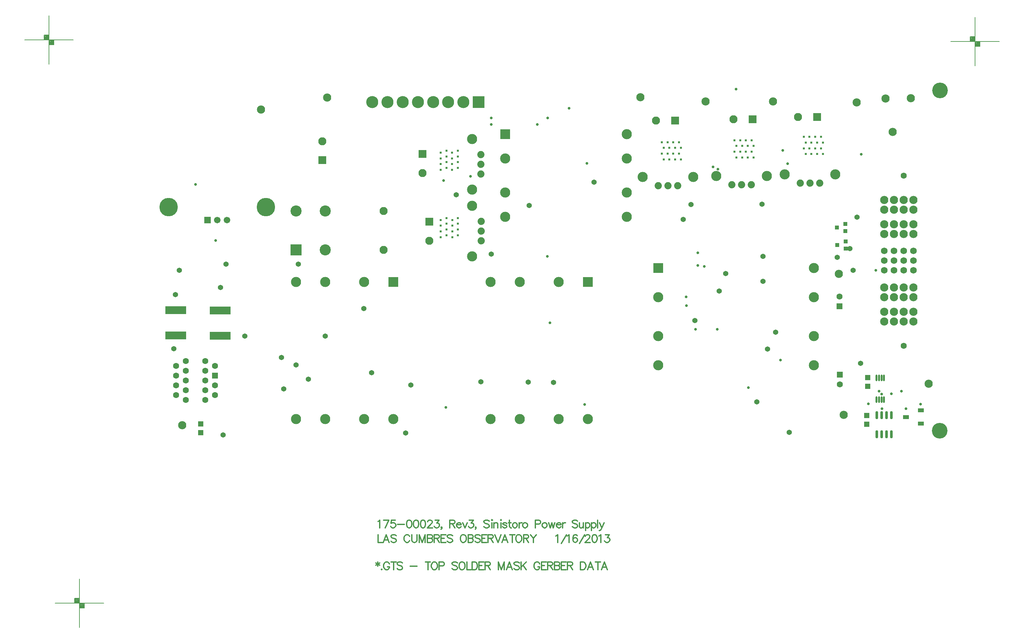
<source format=gts>
%FSLAX23Y23*%
%MOIN*%
G70*
G01*
G75*
G04 Layer_Color=8388736*
%ADD10O,0.024X0.079*%
%ADD11R,0.209X0.079*%
%ADD12O,0.014X0.067*%
%ADD13R,0.059X0.039*%
%ADD14R,0.036X0.036*%
%ADD15R,0.050X0.050*%
%ADD16C,0.050*%
%ADD17C,0.007*%
%ADD18C,0.010*%
%ADD19C,0.025*%
%ADD20C,0.100*%
%ADD21C,0.020*%
%ADD22C,0.012*%
%ADD23C,0.008*%
%ADD24C,0.012*%
%ADD25C,0.012*%
%ADD26C,0.100*%
%ADD27R,0.100X0.100*%
%ADD28R,0.100X0.100*%
%ADD29C,0.020*%
%ADD30R,0.063X0.063*%
%ADD31C,0.063*%
%ADD32C,0.070*%
%ADD33C,0.079*%
%ADD34R,0.110X0.110*%
%ADD35C,0.110*%
%ADD36C,0.080*%
%ADD37C,0.065*%
%ADD38C,0.059*%
%ADD39R,0.059X0.059*%
%ADD40R,0.059X0.059*%
%ADD41C,0.120*%
%ADD42R,0.120X0.120*%
%ADD43R,0.079X0.079*%
%ADD44R,0.079X0.079*%
%ADD45C,0.157*%
%ADD46C,0.197*%
%ADD47C,0.024*%
%ADD48C,0.050*%
%ADD49C,0.040*%
%ADD50C,0.005*%
G04:AMPARAMS|DCode=51|XSize=120mil|YSize=120mil|CornerRadius=0mil|HoleSize=0mil|Usage=FLASHONLY|Rotation=0.000|XOffset=0mil|YOffset=0mil|HoleType=Round|Shape=Relief|Width=10mil|Gap=10mil|Entries=4|*
%AMTHD51*
7,0,0,0.120,0.100,0.010,45*
%
%ADD51THD51*%
%ADD52C,0.059*%
%ADD53C,0.060*%
%ADD54C,0.067*%
%ADD55C,0.091*%
%ADD56C,0.072*%
%ADD57C,0.170*%
G04:AMPARAMS|DCode=58|XSize=112mil|YSize=112mil|CornerRadius=0mil|HoleSize=0mil|Usage=FLASHONLY|Rotation=0.000|XOffset=0mil|YOffset=0mil|HoleType=Round|Shape=Relief|Width=10mil|Gap=10mil|Entries=4|*
%AMTHD58*
7,0,0,0.112,0.092,0.010,45*
%
%ADD58THD58*%
%ADD59C,0.059*%
%ADD60C,0.055*%
%ADD61C,0.090*%
G04:AMPARAMS|DCode=62|XSize=95.433mil|YSize=95.433mil|CornerRadius=0mil|HoleSize=0mil|Usage=FLASHONLY|Rotation=0.000|XOffset=0mil|YOffset=0mil|HoleType=Round|Shape=Relief|Width=10mil|Gap=10mil|Entries=4|*
%AMTHD62*
7,0,0,0.095,0.075,0.010,45*
%
%ADD62THD62*%
G04:AMPARAMS|DCode=63|XSize=107.244mil|YSize=107.244mil|CornerRadius=0mil|HoleSize=0mil|Usage=FLASHONLY|Rotation=0.000|XOffset=0mil|YOffset=0mil|HoleType=Round|Shape=Relief|Width=10mil|Gap=10mil|Entries=4|*
%AMTHD63*
7,0,0,0.107,0.087,0.010,45*
%
%ADD63THD63*%
%ADD64C,0.030*%
G04:AMPARAMS|DCode=65|XSize=100mil|YSize=100mil|CornerRadius=0mil|HoleSize=0mil|Usage=FLASHONLY|Rotation=0.000|XOffset=0mil|YOffset=0mil|HoleType=Round|Shape=Relief|Width=10mil|Gap=10mil|Entries=4|*
%AMTHD65*
7,0,0,0.100,0.080,0.010,45*
%
%ADD65THD65*%
%ADD66C,0.186*%
%ADD67C,0.125*%
%ADD68C,0.048*%
G04:AMPARAMS|DCode=69|XSize=88mil|YSize=88mil|CornerRadius=0mil|HoleSize=0mil|Usage=FLASHONLY|Rotation=0.000|XOffset=0mil|YOffset=0mil|HoleType=Round|Shape=Relief|Width=10mil|Gap=10mil|Entries=4|*
%AMTHD69*
7,0,0,0.088,0.068,0.010,45*
%
%ADD69THD69*%
G04:AMPARAMS|DCode=70|XSize=70mil|YSize=70mil|CornerRadius=0mil|HoleSize=0mil|Usage=FLASHONLY|Rotation=0.000|XOffset=0mil|YOffset=0mil|HoleType=Round|Shape=Relief|Width=10mil|Gap=10mil|Entries=4|*
%AMTHD70*
7,0,0,0.070,0.050,0.010,45*
%
%ADD70THD70*%
%ADD71C,0.008*%
G04:AMPARAMS|DCode=72|XSize=99.37mil|YSize=99.37mil|CornerRadius=0mil|HoleSize=0mil|Usage=FLASHONLY|Rotation=0.000|XOffset=0mil|YOffset=0mil|HoleType=Round|Shape=Relief|Width=10mil|Gap=10mil|Entries=4|*
%AMTHD72*
7,0,0,0.099,0.079,0.010,45*
%
%ADD72THD72*%
%ADD73R,0.075X0.037*%
%ADD74R,0.272X0.268*%
%ADD75R,0.035X0.037*%
%ADD76R,0.035X0.037*%
%ADD77R,0.102X0.094*%
%ADD78R,0.063X0.075*%
%ADD79R,0.050X0.050*%
%ADD80O,0.028X0.098*%
%ADD81R,0.036X0.032*%
%ADD82R,0.150X0.106*%
%ADD83R,0.036X0.036*%
%ADD84R,0.037X0.075*%
%ADD85R,0.268X0.272*%
%ADD86R,0.079X0.209*%
%ADD87R,0.032X0.036*%
%ADD88C,0.010*%
%ADD89C,0.020*%
%ADD90C,0.024*%
%ADD91C,0.010*%
%ADD92C,0.030*%
%ADD93C,0.015*%
%ADD94C,0.007*%
%ADD95C,0.006*%
%ADD96C,0.012*%
%ADD97C,0.006*%
%ADD98R,0.257X0.184*%
%ADD99R,0.043X0.008*%
%ADD100O,0.028X0.083*%
%ADD101R,0.213X0.083*%
%ADD102O,0.018X0.071*%
%ADD103R,0.063X0.043*%
%ADD104R,0.040X0.040*%
%ADD105R,0.054X0.054*%
%ADD106C,0.104*%
%ADD107R,0.104X0.104*%
%ADD108R,0.104X0.104*%
%ADD109R,0.067X0.067*%
%ADD110C,0.067*%
%ADD111C,0.074*%
%ADD112C,0.083*%
%ADD113R,0.114X0.114*%
%ADD114C,0.114*%
%ADD115C,0.084*%
%ADD116C,0.069*%
%ADD117C,0.063*%
%ADD118R,0.063X0.063*%
%ADD119R,0.063X0.063*%
%ADD120C,0.124*%
%ADD121R,0.124X0.124*%
%ADD122R,0.083X0.083*%
%ADD123R,0.083X0.083*%
%ADD124C,0.161*%
%ADD125C,0.190*%
%ADD126C,0.028*%
%ADD127C,0.054*%
D22*
X19956Y14499D02*
Y14454D01*
X19937Y14488D02*
X19975Y14465D01*
Y14488D02*
X19937Y14465D01*
X19995Y14427D02*
X19991Y14423D01*
X19995Y14419D01*
X19999Y14423D01*
X19995Y14427D01*
X20074Y14480D02*
X20070Y14488D01*
X20062Y14496D01*
X20055Y14499D01*
X20039D01*
X20032Y14496D01*
X20024Y14488D01*
X20020Y14480D01*
X20017Y14469D01*
Y14450D01*
X20020Y14439D01*
X20024Y14431D01*
X20032Y14423D01*
X20039Y14419D01*
X20055D01*
X20062Y14423D01*
X20070Y14431D01*
X20074Y14439D01*
Y14450D01*
X20055D02*
X20074D01*
X20119Y14499D02*
Y14419D01*
X20092Y14499D02*
X20145D01*
X20208Y14488D02*
X20201Y14496D01*
X20189Y14499D01*
X20174D01*
X20162Y14496D01*
X20155Y14488D01*
Y14480D01*
X20159Y14473D01*
X20162Y14469D01*
X20170Y14465D01*
X20193Y14458D01*
X20201Y14454D01*
X20204Y14450D01*
X20208Y14442D01*
Y14431D01*
X20201Y14423D01*
X20189Y14419D01*
X20174D01*
X20162Y14423D01*
X20155Y14431D01*
X20289Y14454D02*
X20358D01*
X20471Y14499D02*
Y14419D01*
X20444Y14499D02*
X20497D01*
X20530D02*
X20522Y14496D01*
X20514Y14488D01*
X20511Y14480D01*
X20507Y14469D01*
Y14450D01*
X20511Y14439D01*
X20514Y14431D01*
X20522Y14423D01*
X20530Y14419D01*
X20545D01*
X20553Y14423D01*
X20560Y14431D01*
X20564Y14439D01*
X20568Y14450D01*
Y14469D01*
X20564Y14480D01*
X20560Y14488D01*
X20553Y14496D01*
X20545Y14499D01*
X20530D01*
X20586Y14458D02*
X20621D01*
X20632Y14461D01*
X20636Y14465D01*
X20640Y14473D01*
Y14484D01*
X20636Y14492D01*
X20632Y14496D01*
X20621Y14499D01*
X20586D01*
Y14419D01*
X20774Y14488D02*
X20766Y14496D01*
X20755Y14499D01*
X20740D01*
X20728Y14496D01*
X20720Y14488D01*
Y14480D01*
X20724Y14473D01*
X20728Y14469D01*
X20736Y14465D01*
X20759Y14458D01*
X20766Y14454D01*
X20770Y14450D01*
X20774Y14442D01*
Y14431D01*
X20766Y14423D01*
X20755Y14419D01*
X20740D01*
X20728Y14423D01*
X20720Y14431D01*
X20815Y14499D02*
X20807Y14496D01*
X20799Y14488D01*
X20796Y14480D01*
X20792Y14469D01*
Y14450D01*
X20796Y14439D01*
X20799Y14431D01*
X20807Y14423D01*
X20815Y14419D01*
X20830D01*
X20837Y14423D01*
X20845Y14431D01*
X20849Y14439D01*
X20853Y14450D01*
Y14469D01*
X20849Y14480D01*
X20845Y14488D01*
X20837Y14496D01*
X20830Y14499D01*
X20815D01*
X20871D02*
Y14419D01*
X20917D01*
X20926Y14499D02*
Y14419D01*
Y14499D02*
X20952D01*
X20964Y14496D01*
X20971Y14488D01*
X20975Y14480D01*
X20979Y14469D01*
Y14450D01*
X20975Y14439D01*
X20971Y14431D01*
X20964Y14423D01*
X20952Y14419D01*
X20926D01*
X21046Y14499D02*
X20997D01*
Y14419D01*
X21046D01*
X20997Y14461D02*
X21027D01*
X21060Y14499D02*
Y14419D01*
Y14499D02*
X21094D01*
X21106Y14496D01*
X21109Y14492D01*
X21113Y14484D01*
Y14477D01*
X21109Y14469D01*
X21106Y14465D01*
X21094Y14461D01*
X21060D01*
X21086D02*
X21113Y14419D01*
X21194Y14499D02*
Y14419D01*
Y14499D02*
X21224Y14419D01*
X21255Y14499D02*
X21224Y14419D01*
X21255Y14499D02*
Y14419D01*
X21339D02*
X21308Y14499D01*
X21278Y14419D01*
X21289Y14446D02*
X21327D01*
X21411Y14488D02*
X21403Y14496D01*
X21392Y14499D01*
X21376D01*
X21365Y14496D01*
X21357Y14488D01*
Y14480D01*
X21361Y14473D01*
X21365Y14469D01*
X21373Y14465D01*
X21395Y14458D01*
X21403Y14454D01*
X21407Y14450D01*
X21411Y14442D01*
Y14431D01*
X21403Y14423D01*
X21392Y14419D01*
X21376D01*
X21365Y14423D01*
X21357Y14431D01*
X21429Y14499D02*
Y14419D01*
X21482Y14499D02*
X21429Y14446D01*
X21448Y14465D02*
X21482Y14419D01*
X21620Y14480D02*
X21616Y14488D01*
X21608Y14496D01*
X21601Y14499D01*
X21585D01*
X21578Y14496D01*
X21570Y14488D01*
X21566Y14480D01*
X21563Y14469D01*
Y14450D01*
X21566Y14439D01*
X21570Y14431D01*
X21578Y14423D01*
X21585Y14419D01*
X21601D01*
X21608Y14423D01*
X21616Y14431D01*
X21620Y14439D01*
Y14450D01*
X21601D02*
X21620D01*
X21688Y14499D02*
X21638D01*
Y14419D01*
X21688D01*
X21638Y14461D02*
X21668D01*
X21701Y14499D02*
Y14419D01*
Y14499D02*
X21735D01*
X21747Y14496D01*
X21750Y14492D01*
X21754Y14484D01*
Y14477D01*
X21750Y14469D01*
X21747Y14465D01*
X21735Y14461D01*
X21701D01*
X21727D02*
X21754Y14419D01*
X21772Y14499D02*
Y14419D01*
Y14499D02*
X21806D01*
X21818Y14496D01*
X21822Y14492D01*
X21825Y14484D01*
Y14477D01*
X21822Y14469D01*
X21818Y14465D01*
X21806Y14461D01*
X21772D02*
X21806D01*
X21818Y14458D01*
X21822Y14454D01*
X21825Y14446D01*
Y14435D01*
X21822Y14427D01*
X21818Y14423D01*
X21806Y14419D01*
X21772D01*
X21893Y14499D02*
X21843D01*
Y14419D01*
X21893D01*
X21843Y14461D02*
X21874D01*
X21906Y14499D02*
Y14419D01*
Y14499D02*
X21940D01*
X21952Y14496D01*
X21956Y14492D01*
X21959Y14484D01*
Y14477D01*
X21956Y14469D01*
X21952Y14465D01*
X21940Y14461D01*
X21906D01*
X21933D02*
X21959Y14419D01*
X22040Y14499D02*
Y14419D01*
Y14499D02*
X22067D01*
X22078Y14496D01*
X22086Y14488D01*
X22090Y14480D01*
X22094Y14469D01*
Y14450D01*
X22090Y14439D01*
X22086Y14431D01*
X22078Y14423D01*
X22067Y14419D01*
X22040D01*
X22172D02*
X22142Y14499D01*
X22111Y14419D01*
X22123Y14446D02*
X22161D01*
X22218Y14499D02*
Y14419D01*
X22191Y14499D02*
X22244D01*
X22315Y14419D02*
X22284Y14499D01*
X22254Y14419D01*
X22265Y14446D02*
X22303D01*
D23*
X16640Y14077D02*
X17140D01*
X16890Y13827D02*
Y14327D01*
X16840Y14077D02*
Y14127D01*
X16890D01*
X16940Y14027D02*
Y14077D01*
X16890Y14027D02*
X16940D01*
X16895Y14072D02*
X16935D01*
Y14032D02*
Y14072D01*
X16895Y14032D02*
X16935D01*
X16895D02*
Y14072D01*
X16900Y14067D02*
X16930D01*
Y14037D02*
Y14067D01*
X16900Y14037D02*
X16930D01*
X16900D02*
Y14062D01*
X16905D02*
X16925D01*
Y14042D02*
Y14062D01*
X16905Y14042D02*
X16925D01*
X16905D02*
Y14057D01*
X16910D02*
X16920D01*
Y14047D02*
Y14057D01*
X16910Y14047D02*
X16920D01*
X16910D02*
Y14057D01*
Y14052D02*
X16920D01*
X16845Y14122D02*
X16885D01*
Y14082D02*
Y14122D01*
X16845Y14082D02*
X16885D01*
X16845D02*
Y14122D01*
X16850Y14117D02*
X16880D01*
Y14087D02*
Y14117D01*
X16850Y14087D02*
X16880D01*
X16850D02*
Y14112D01*
X16855D02*
X16875D01*
Y14092D02*
Y14112D01*
X16855Y14092D02*
X16875D01*
X16855D02*
Y14107D01*
X16860D02*
X16870D01*
Y14097D02*
Y14107D01*
X16860Y14097D02*
X16870D01*
X16860D02*
Y14107D01*
Y14102D02*
X16870D01*
X16327Y19868D02*
X16827D01*
X16577Y19618D02*
Y20118D01*
X16527Y19868D02*
Y19918D01*
X16577D01*
X16627Y19818D02*
Y19868D01*
X16577Y19818D02*
X16627D01*
X16582Y19863D02*
X16622D01*
Y19823D02*
Y19863D01*
X16582Y19823D02*
X16622D01*
X16582D02*
Y19863D01*
X16587Y19858D02*
X16617D01*
Y19828D02*
Y19858D01*
X16587Y19828D02*
X16617D01*
X16587D02*
Y19853D01*
X16592D02*
X16612D01*
Y19833D02*
Y19853D01*
X16592Y19833D02*
X16612D01*
X16592D02*
Y19848D01*
X16597D02*
X16607D01*
Y19838D02*
Y19848D01*
X16597Y19838D02*
X16607D01*
X16597D02*
Y19848D01*
Y19843D02*
X16607D01*
X16532Y19913D02*
X16572D01*
Y19873D02*
Y19913D01*
X16532Y19873D02*
X16572D01*
X16532D02*
Y19913D01*
X16537Y19908D02*
X16567D01*
Y19878D02*
Y19908D01*
X16537Y19878D02*
X16567D01*
X16537D02*
Y19903D01*
X16542D02*
X16562D01*
Y19883D02*
Y19903D01*
X16542Y19883D02*
X16562D01*
X16542D02*
Y19898D01*
X16547D02*
X16557D01*
Y19888D02*
Y19898D01*
X16547Y19888D02*
X16557D01*
X16547D02*
Y19898D01*
Y19893D02*
X16557D01*
X25846Y19852D02*
X26346D01*
X26096Y19602D02*
Y20102D01*
X26046Y19852D02*
Y19902D01*
X26096D01*
X26146Y19802D02*
Y19852D01*
X26096Y19802D02*
X26146D01*
X26101Y19847D02*
X26141D01*
Y19807D02*
Y19847D01*
X26101Y19807D02*
X26141D01*
X26101D02*
Y19847D01*
X26106Y19842D02*
X26136D01*
Y19812D02*
Y19842D01*
X26106Y19812D02*
X26136D01*
X26106D02*
Y19837D01*
X26111D02*
X26131D01*
Y19817D02*
Y19837D01*
X26111Y19817D02*
X26131D01*
X26111D02*
Y19832D01*
X26116D02*
X26126D01*
Y19822D02*
Y19832D01*
X26116Y19822D02*
X26126D01*
X26116D02*
Y19832D01*
Y19827D02*
X26126D01*
X26051Y19897D02*
X26091D01*
Y19857D02*
Y19897D01*
X26051Y19857D02*
X26091D01*
X26051D02*
Y19897D01*
X26056Y19892D02*
X26086D01*
Y19862D02*
Y19892D01*
X26056Y19862D02*
X26086D01*
X26056D02*
Y19887D01*
X26061D02*
X26081D01*
Y19867D02*
Y19887D01*
X26061Y19867D02*
X26081D01*
X26061D02*
Y19882D01*
X26066D02*
X26076D01*
Y19872D02*
Y19882D01*
X26066Y19872D02*
X26076D01*
X26066D02*
Y19882D01*
Y19877D02*
X26076D01*
D24*
X19958Y14915D02*
X19966Y14919D01*
X19977Y14930D01*
Y14850D01*
X20070Y14930D02*
X20032Y14850D01*
X20017Y14930D02*
X20070D01*
X20134D02*
X20096D01*
X20092Y14896D01*
X20096Y14900D01*
X20107Y14903D01*
X20118D01*
X20130Y14900D01*
X20137Y14892D01*
X20141Y14881D01*
Y14873D01*
X20137Y14861D01*
X20130Y14854D01*
X20118Y14850D01*
X20107D01*
X20096Y14854D01*
X20092Y14858D01*
X20088Y14865D01*
X20159Y14884D02*
X20228D01*
X20274Y14930D02*
X20263Y14926D01*
X20255Y14915D01*
X20251Y14896D01*
Y14884D01*
X20255Y14865D01*
X20263Y14854D01*
X20274Y14850D01*
X20282D01*
X20293Y14854D01*
X20301Y14865D01*
X20305Y14884D01*
Y14896D01*
X20301Y14915D01*
X20293Y14926D01*
X20282Y14930D01*
X20274D01*
X20345D02*
X20334Y14926D01*
X20326Y14915D01*
X20323Y14896D01*
Y14884D01*
X20326Y14865D01*
X20334Y14854D01*
X20345Y14850D01*
X20353D01*
X20364Y14854D01*
X20372Y14865D01*
X20376Y14884D01*
Y14896D01*
X20372Y14915D01*
X20364Y14926D01*
X20353Y14930D01*
X20345D01*
X20417D02*
X20405Y14926D01*
X20398Y14915D01*
X20394Y14896D01*
Y14884D01*
X20398Y14865D01*
X20405Y14854D01*
X20417Y14850D01*
X20424D01*
X20436Y14854D01*
X20443Y14865D01*
X20447Y14884D01*
Y14896D01*
X20443Y14915D01*
X20436Y14926D01*
X20424Y14930D01*
X20417D01*
X20469Y14911D02*
Y14915D01*
X20473Y14922D01*
X20476Y14926D01*
X20484Y14930D01*
X20499D01*
X20507Y14926D01*
X20511Y14922D01*
X20515Y14915D01*
Y14907D01*
X20511Y14900D01*
X20503Y14888D01*
X20465Y14850D01*
X20518D01*
X20544Y14930D02*
X20586D01*
X20563Y14900D01*
X20574D01*
X20582Y14896D01*
X20586Y14892D01*
X20590Y14881D01*
Y14873D01*
X20586Y14861D01*
X20578Y14854D01*
X20567Y14850D01*
X20555D01*
X20544Y14854D01*
X20540Y14858D01*
X20536Y14865D01*
X20615Y14854D02*
X20611Y14850D01*
X20607Y14854D01*
X20611Y14858D01*
X20615Y14854D01*
Y14846D01*
X20611Y14839D01*
X20607Y14835D01*
X20695Y14930D02*
Y14850D01*
Y14930D02*
X20730D01*
X20741Y14926D01*
X20745Y14922D01*
X20749Y14915D01*
Y14907D01*
X20745Y14900D01*
X20741Y14896D01*
X20730Y14892D01*
X20695D01*
X20722D02*
X20749Y14850D01*
X20767Y14881D02*
X20812D01*
Y14888D01*
X20809Y14896D01*
X20805Y14900D01*
X20797Y14903D01*
X20786D01*
X20778Y14900D01*
X20770Y14892D01*
X20767Y14881D01*
Y14873D01*
X20770Y14861D01*
X20778Y14854D01*
X20786Y14850D01*
X20797D01*
X20805Y14854D01*
X20812Y14861D01*
X20829Y14903D02*
X20852Y14850D01*
X20875Y14903D02*
X20852Y14850D01*
X20896Y14930D02*
X20938D01*
X20915Y14900D01*
X20926D01*
X20934Y14896D01*
X20938Y14892D01*
X20941Y14881D01*
Y14873D01*
X20938Y14861D01*
X20930Y14854D01*
X20919Y14850D01*
X20907D01*
X20896Y14854D01*
X20892Y14858D01*
X20888Y14865D01*
X20967Y14854D02*
X20963Y14850D01*
X20959Y14854D01*
X20963Y14858D01*
X20967Y14854D01*
Y14846D01*
X20963Y14839D01*
X20959Y14835D01*
X21101Y14919D02*
X21093Y14926D01*
X21082Y14930D01*
X21066D01*
X21055Y14926D01*
X21047Y14919D01*
Y14911D01*
X21051Y14903D01*
X21055Y14900D01*
X21063Y14896D01*
X21085Y14888D01*
X21093Y14884D01*
X21097Y14881D01*
X21101Y14873D01*
Y14861D01*
X21093Y14854D01*
X21082Y14850D01*
X21066D01*
X21055Y14854D01*
X21047Y14861D01*
X21126Y14930D02*
X21130Y14926D01*
X21134Y14930D01*
X21130Y14934D01*
X21126Y14930D01*
X21130Y14903D02*
Y14850D01*
X21148Y14903D02*
Y14850D01*
Y14888D02*
X21159Y14900D01*
X21167Y14903D01*
X21178D01*
X21186Y14900D01*
X21190Y14888D01*
Y14850D01*
X21218Y14930D02*
X21222Y14926D01*
X21226Y14930D01*
X21222Y14934D01*
X21218Y14930D01*
X21222Y14903D02*
Y14850D01*
X21282Y14892D02*
X21278Y14900D01*
X21267Y14903D01*
X21255D01*
X21244Y14900D01*
X21240Y14892D01*
X21244Y14884D01*
X21251Y14881D01*
X21271Y14877D01*
X21278Y14873D01*
X21282Y14865D01*
Y14861D01*
X21278Y14854D01*
X21267Y14850D01*
X21255D01*
X21244Y14854D01*
X21240Y14861D01*
X21310Y14930D02*
Y14865D01*
X21314Y14854D01*
X21322Y14850D01*
X21329D01*
X21299Y14903D02*
X21325D01*
X21360D02*
X21352Y14900D01*
X21344Y14892D01*
X21341Y14881D01*
Y14873D01*
X21344Y14861D01*
X21352Y14854D01*
X21360Y14850D01*
X21371D01*
X21379Y14854D01*
X21386Y14861D01*
X21390Y14873D01*
Y14881D01*
X21386Y14892D01*
X21379Y14900D01*
X21371Y14903D01*
X21360D01*
X21408D02*
Y14850D01*
Y14881D02*
X21411Y14892D01*
X21419Y14900D01*
X21427Y14903D01*
X21438D01*
X21464D02*
X21457Y14900D01*
X21449Y14892D01*
X21445Y14881D01*
Y14873D01*
X21449Y14861D01*
X21457Y14854D01*
X21464Y14850D01*
X21476D01*
X21483Y14854D01*
X21491Y14861D01*
X21495Y14873D01*
Y14881D01*
X21491Y14892D01*
X21483Y14900D01*
X21476Y14903D01*
X21464D01*
X21575Y14888D02*
X21610D01*
X21621Y14892D01*
X21625Y14896D01*
X21629Y14903D01*
Y14915D01*
X21625Y14922D01*
X21621Y14926D01*
X21610Y14930D01*
X21575D01*
Y14850D01*
X21665Y14903D02*
X21658Y14900D01*
X21650Y14892D01*
X21646Y14881D01*
Y14873D01*
X21650Y14861D01*
X21658Y14854D01*
X21665Y14850D01*
X21677D01*
X21685Y14854D01*
X21692Y14861D01*
X21696Y14873D01*
Y14881D01*
X21692Y14892D01*
X21685Y14900D01*
X21677Y14903D01*
X21665D01*
X21713D02*
X21729Y14850D01*
X21744Y14903D02*
X21729Y14850D01*
X21744Y14903D02*
X21759Y14850D01*
X21774Y14903D02*
X21759Y14850D01*
X21793Y14881D02*
X21839D01*
Y14888D01*
X21835Y14896D01*
X21831Y14900D01*
X21824Y14903D01*
X21812D01*
X21805Y14900D01*
X21797Y14892D01*
X21793Y14881D01*
Y14873D01*
X21797Y14861D01*
X21805Y14854D01*
X21812Y14850D01*
X21824D01*
X21831Y14854D01*
X21839Y14861D01*
X21856Y14903D02*
Y14850D01*
Y14881D02*
X21860Y14892D01*
X21867Y14900D01*
X21875Y14903D01*
X21886D01*
X22010Y14919D02*
X22002Y14926D01*
X21991Y14930D01*
X21976D01*
X21964Y14926D01*
X21956Y14919D01*
Y14911D01*
X21960Y14903D01*
X21964Y14900D01*
X21972Y14896D01*
X21995Y14888D01*
X22002Y14884D01*
X22006Y14881D01*
X22010Y14873D01*
Y14861D01*
X22002Y14854D01*
X21991Y14850D01*
X21976D01*
X21964Y14854D01*
X21956Y14861D01*
X22028Y14903D02*
Y14865D01*
X22032Y14854D01*
X22039Y14850D01*
X22051D01*
X22058Y14854D01*
X22070Y14865D01*
Y14903D02*
Y14850D01*
X22091Y14903D02*
Y14823D01*
Y14892D02*
X22098Y14900D01*
X22106Y14903D01*
X22117D01*
X22125Y14900D01*
X22132Y14892D01*
X22136Y14881D01*
Y14873D01*
X22132Y14861D01*
X22125Y14854D01*
X22117Y14850D01*
X22106D01*
X22098Y14854D01*
X22091Y14861D01*
X22153Y14903D02*
Y14823D01*
Y14892D02*
X22161Y14900D01*
X22169Y14903D01*
X22180D01*
X22188Y14900D01*
X22195Y14892D01*
X22199Y14881D01*
Y14873D01*
X22195Y14861D01*
X22188Y14854D01*
X22180Y14850D01*
X22169D01*
X22161Y14854D01*
X22153Y14861D01*
X22216Y14930D02*
Y14850D01*
X22237Y14903D02*
X22260Y14850D01*
X22283Y14903D02*
X22260Y14850D01*
X22252Y14835D01*
X22244Y14827D01*
X22237Y14823D01*
X22233D01*
D25*
X19958Y14780D02*
Y14700D01*
X20004D01*
X20073D02*
X20043Y14780D01*
X20013Y14700D01*
X20024Y14727D02*
X20062D01*
X20145Y14769D02*
X20138Y14776D01*
X20126Y14780D01*
X20111D01*
X20100Y14776D01*
X20092Y14769D01*
Y14761D01*
X20096Y14753D01*
X20100Y14750D01*
X20107Y14746D01*
X20130Y14738D01*
X20138Y14734D01*
X20142Y14731D01*
X20145Y14723D01*
Y14711D01*
X20138Y14704D01*
X20126Y14700D01*
X20111D01*
X20100Y14704D01*
X20092Y14711D01*
X20283Y14761D02*
X20280Y14769D01*
X20272Y14776D01*
X20264Y14780D01*
X20249D01*
X20241Y14776D01*
X20234Y14769D01*
X20230Y14761D01*
X20226Y14750D01*
Y14731D01*
X20230Y14719D01*
X20234Y14711D01*
X20241Y14704D01*
X20249Y14700D01*
X20264D01*
X20272Y14704D01*
X20280Y14711D01*
X20283Y14719D01*
X20306Y14780D02*
Y14723D01*
X20310Y14711D01*
X20317Y14704D01*
X20329Y14700D01*
X20336D01*
X20348Y14704D01*
X20355Y14711D01*
X20359Y14723D01*
Y14780D01*
X20381D02*
Y14700D01*
Y14780D02*
X20412Y14700D01*
X20442Y14780D02*
X20412Y14700D01*
X20442Y14780D02*
Y14700D01*
X20465Y14780D02*
Y14700D01*
Y14780D02*
X20499D01*
X20511Y14776D01*
X20515Y14772D01*
X20518Y14765D01*
Y14757D01*
X20515Y14750D01*
X20511Y14746D01*
X20499Y14742D01*
X20465D02*
X20499D01*
X20511Y14738D01*
X20515Y14734D01*
X20518Y14727D01*
Y14715D01*
X20515Y14708D01*
X20511Y14704D01*
X20499Y14700D01*
X20465D01*
X20536Y14780D02*
Y14700D01*
Y14780D02*
X20570D01*
X20582Y14776D01*
X20586Y14772D01*
X20590Y14765D01*
Y14757D01*
X20586Y14750D01*
X20582Y14746D01*
X20570Y14742D01*
X20536D01*
X20563D02*
X20590Y14700D01*
X20657Y14780D02*
X20607D01*
Y14700D01*
X20657D01*
X20607Y14742D02*
X20638D01*
X20724Y14769D02*
X20716Y14776D01*
X20705Y14780D01*
X20689D01*
X20678Y14776D01*
X20670Y14769D01*
Y14761D01*
X20674Y14753D01*
X20678Y14750D01*
X20686Y14746D01*
X20708Y14738D01*
X20716Y14734D01*
X20720Y14731D01*
X20724Y14723D01*
Y14711D01*
X20716Y14704D01*
X20705Y14700D01*
X20689D01*
X20678Y14704D01*
X20670Y14711D01*
X20827Y14780D02*
X20820Y14776D01*
X20812Y14769D01*
X20808Y14761D01*
X20804Y14750D01*
Y14731D01*
X20808Y14719D01*
X20812Y14711D01*
X20820Y14704D01*
X20827Y14700D01*
X20842D01*
X20850Y14704D01*
X20858Y14711D01*
X20861Y14719D01*
X20865Y14731D01*
Y14750D01*
X20861Y14761D01*
X20858Y14769D01*
X20850Y14776D01*
X20842Y14780D01*
X20827D01*
X20884D02*
Y14700D01*
Y14780D02*
X20918D01*
X20930Y14776D01*
X20933Y14772D01*
X20937Y14765D01*
Y14757D01*
X20933Y14750D01*
X20930Y14746D01*
X20918Y14742D01*
X20884D02*
X20918D01*
X20930Y14738D01*
X20933Y14734D01*
X20937Y14727D01*
Y14715D01*
X20933Y14708D01*
X20930Y14704D01*
X20918Y14700D01*
X20884D01*
X21008Y14769D02*
X21001Y14776D01*
X20989Y14780D01*
X20974D01*
X20963Y14776D01*
X20955Y14769D01*
Y14761D01*
X20959Y14753D01*
X20963Y14750D01*
X20970Y14746D01*
X20993Y14738D01*
X21001Y14734D01*
X21005Y14731D01*
X21008Y14723D01*
Y14711D01*
X21001Y14704D01*
X20989Y14700D01*
X20974D01*
X20963Y14704D01*
X20955Y14711D01*
X21076Y14780D02*
X21026D01*
Y14700D01*
X21076D01*
X21026Y14742D02*
X21057D01*
X21089Y14780D02*
Y14700D01*
Y14780D02*
X21124D01*
X21135Y14776D01*
X21139Y14772D01*
X21143Y14765D01*
Y14757D01*
X21139Y14750D01*
X21135Y14746D01*
X21124Y14742D01*
X21089D01*
X21116D02*
X21143Y14700D01*
X21160Y14780D02*
X21191Y14700D01*
X21221Y14780D02*
X21191Y14700D01*
X21293D02*
X21262Y14780D01*
X21232Y14700D01*
X21243Y14727D02*
X21281D01*
X21338Y14780D02*
Y14700D01*
X21311Y14780D02*
X21365D01*
X21397D02*
X21389Y14776D01*
X21382Y14769D01*
X21378Y14761D01*
X21374Y14750D01*
Y14731D01*
X21378Y14719D01*
X21382Y14711D01*
X21389Y14704D01*
X21397Y14700D01*
X21412D01*
X21420Y14704D01*
X21427Y14711D01*
X21431Y14719D01*
X21435Y14731D01*
Y14750D01*
X21431Y14761D01*
X21427Y14769D01*
X21420Y14776D01*
X21412Y14780D01*
X21397D01*
X21454D02*
Y14700D01*
Y14780D02*
X21488D01*
X21499Y14776D01*
X21503Y14772D01*
X21507Y14765D01*
Y14757D01*
X21503Y14750D01*
X21499Y14746D01*
X21488Y14742D01*
X21454D01*
X21480D02*
X21507Y14700D01*
X21525Y14780D02*
X21555Y14742D01*
Y14700D01*
X21586Y14780D02*
X21555Y14742D01*
X21785Y14765D02*
X21792Y14769D01*
X21804Y14780D01*
Y14700D01*
X21843Y14689D02*
X21897Y14780D01*
X21902Y14765D02*
X21910Y14769D01*
X21921Y14780D01*
Y14700D01*
X22006Y14769D02*
X22003Y14776D01*
X21991Y14780D01*
X21984D01*
X21972Y14776D01*
X21964Y14765D01*
X21961Y14746D01*
Y14727D01*
X21964Y14711D01*
X21972Y14704D01*
X21984Y14700D01*
X21987D01*
X21999Y14704D01*
X22006Y14711D01*
X22010Y14723D01*
Y14727D01*
X22006Y14738D01*
X21999Y14746D01*
X21987Y14750D01*
X21984D01*
X21972Y14746D01*
X21964Y14738D01*
X21961Y14727D01*
X22028Y14689D02*
X22081Y14780D01*
X22090Y14761D02*
Y14765D01*
X22094Y14772D01*
X22098Y14776D01*
X22105Y14780D01*
X22121D01*
X22128Y14776D01*
X22132Y14772D01*
X22136Y14765D01*
Y14757D01*
X22132Y14750D01*
X22124Y14738D01*
X22086Y14700D01*
X22140D01*
X22180Y14780D02*
X22169Y14776D01*
X22161Y14765D01*
X22158Y14746D01*
Y14734D01*
X22161Y14715D01*
X22169Y14704D01*
X22180Y14700D01*
X22188D01*
X22199Y14704D01*
X22207Y14715D01*
X22211Y14734D01*
Y14746D01*
X22207Y14765D01*
X22199Y14776D01*
X22188Y14780D01*
X22180D01*
X22229Y14765D02*
X22236Y14769D01*
X22248Y14780D01*
Y14700D01*
X22295Y14780D02*
X22337D01*
X22314Y14750D01*
X22326D01*
X22333Y14746D01*
X22337Y14742D01*
X22341Y14731D01*
Y14723D01*
X22337Y14711D01*
X22329Y14704D01*
X22318Y14700D01*
X22307D01*
X22295Y14704D01*
X22291Y14708D01*
X22287Y14715D01*
D47*
X20780Y18037D02*
D03*
X20780Y17978D02*
D03*
X20780Y17919D02*
D03*
X20780Y17860D02*
D03*
X20721Y17840D02*
D03*
Y17899D02*
D03*
Y17958D02*
D03*
Y18017D02*
D03*
X20662Y18037D02*
D03*
X20662Y17978D02*
D03*
X20662Y17919D02*
D03*
X20662Y17860D02*
D03*
X20603Y17840D02*
D03*
Y17899D02*
D03*
Y17958D02*
D03*
X20603Y18017D02*
D03*
X24531Y18694D02*
D03*
X24472D02*
D03*
X24413D02*
D03*
X24354D02*
D03*
X24334Y18753D02*
D03*
X24393D02*
D03*
X24453D02*
D03*
X24512D02*
D03*
X24531Y18812D02*
D03*
X24472D02*
D03*
X24413D02*
D03*
X24354D02*
D03*
X24334Y18871D02*
D03*
X24393D02*
D03*
X24453D02*
D03*
X24512D02*
D03*
X23071Y18640D02*
D03*
X23012Y18640D02*
D03*
X22953Y18640D02*
D03*
X22894Y18640D02*
D03*
X22874Y18699D02*
D03*
X22934D02*
D03*
X22993D02*
D03*
X23052D02*
D03*
X23071Y18758D02*
D03*
X23012Y18758D02*
D03*
X22953Y18758D02*
D03*
X22894Y18758D02*
D03*
X22874Y18817D02*
D03*
X22934D02*
D03*
X22993D02*
D03*
X23052Y18817D02*
D03*
X23819Y18660D02*
D03*
X23760Y18660D02*
D03*
X23701Y18660D02*
D03*
X23642Y18660D02*
D03*
X23622Y18719D02*
D03*
X23681D02*
D03*
X23740D02*
D03*
X23800D02*
D03*
X23819Y18778D02*
D03*
X23760Y18778D02*
D03*
X23701Y18778D02*
D03*
X23642Y18778D02*
D03*
X23622Y18837D02*
D03*
X23681D02*
D03*
X23740D02*
D03*
X23800Y18837D02*
D03*
X20779Y18729D02*
D03*
X20779Y18670D02*
D03*
X20779Y18611D02*
D03*
X20779Y18552D02*
D03*
X20720Y18532D02*
D03*
Y18591D02*
D03*
Y18650D02*
D03*
Y18709D02*
D03*
X20661Y18729D02*
D03*
X20661Y18670D02*
D03*
X20661Y18611D02*
D03*
X20661Y18552D02*
D03*
X20602Y18532D02*
D03*
Y18591D02*
D03*
Y18650D02*
D03*
X20602Y18709D02*
D03*
D100*
X25086Y15811D02*
D03*
X25136D02*
D03*
X25186D02*
D03*
X25236D02*
D03*
X25086Y16008D02*
D03*
X25136D02*
D03*
X25186D02*
D03*
X25236D02*
D03*
D101*
X17879Y16829D02*
D03*
Y17089D02*
D03*
X18336Y16825D02*
D03*
Y17085D02*
D03*
D102*
X25083Y16168D02*
D03*
X25109D02*
D03*
X25134D02*
D03*
X25160D02*
D03*
X25083Y16392D02*
D03*
X25109D02*
D03*
X25134D02*
D03*
X25160D02*
D03*
D103*
X25538Y15921D02*
D03*
X25385Y15990D02*
D03*
X25538Y16059D02*
D03*
D104*
X24763Y17976D02*
D03*
X24677Y17939D02*
D03*
X24763Y17902D02*
D03*
X24764Y17723D02*
D03*
X24678Y17760D02*
D03*
X24764Y17797D02*
D03*
D105*
X18136Y15920D02*
D03*
Y15830D02*
D03*
X24991Y16395D02*
D03*
Y16305D02*
D03*
X24981Y16005D02*
D03*
Y15915D02*
D03*
D106*
X24439Y17521D02*
D03*
Y17221D02*
D03*
Y16821D02*
D03*
Y16521D02*
D03*
X22839D02*
D03*
Y16821D02*
D03*
Y17221D02*
D03*
X21265Y18650D02*
D03*
Y18300D02*
D03*
Y18050D02*
D03*
X22515D02*
D03*
Y18300D02*
D03*
Y18650D02*
D03*
Y18900D02*
D03*
X20115Y15970D02*
D03*
X19815D02*
D03*
X19415D02*
D03*
X19115D02*
D03*
Y17380D02*
D03*
X19415D02*
D03*
X19815D02*
D03*
X20927Y18163D02*
D03*
Y17643D02*
D03*
X23199Y18460D02*
D03*
X22679D02*
D03*
X23955Y18469D02*
D03*
X23435D02*
D03*
X24659Y18486D02*
D03*
X24139D02*
D03*
X22114Y15970D02*
D03*
X21814D02*
D03*
X21414D02*
D03*
X21114D02*
D03*
Y17380D02*
D03*
X21414D02*
D03*
X21814D02*
D03*
X20925Y18850D02*
D03*
Y18330D02*
D03*
D107*
X22839Y17521D02*
D03*
X21265Y18900D02*
D03*
D108*
X20115Y17380D02*
D03*
X22114D02*
D03*
D109*
X18204Y18014D02*
D03*
D110*
X18304D02*
D03*
X18404D02*
D03*
D111*
X21019Y17803D02*
D03*
Y17903D02*
D03*
Y18003D02*
D03*
X22839Y18369D02*
D03*
X22939D02*
D03*
X23039D02*
D03*
X23595Y18378D02*
D03*
X23695D02*
D03*
X23795D02*
D03*
X24299Y18395D02*
D03*
X24399D02*
D03*
X24499D02*
D03*
X21016Y18490D02*
D03*
Y18590D02*
D03*
Y18690D02*
D03*
D112*
X20016Y17710D02*
D03*
Y18110D02*
D03*
X19387Y18827D02*
D03*
X22815Y19038D02*
D03*
X23611Y19051D02*
D03*
X24275Y19077D02*
D03*
X20415Y18499D02*
D03*
X20486Y17801D02*
D03*
D113*
X19116Y17710D02*
D03*
D114*
Y18110D02*
D03*
X19416Y17710D02*
D03*
Y18110D02*
D03*
D115*
X25462Y17323D02*
D03*
X25362D02*
D03*
X25262D02*
D03*
X25162D02*
D03*
Y17223D02*
D03*
X25262D02*
D03*
X25362D02*
D03*
X25462D02*
D03*
X25162Y17073D02*
D03*
X25262D02*
D03*
X25362D02*
D03*
X25462D02*
D03*
X25162Y16973D02*
D03*
X25262D02*
D03*
X25362D02*
D03*
X25462D02*
D03*
Y17873D02*
D03*
X25362D02*
D03*
X25262D02*
D03*
X25162D02*
D03*
X25462Y17973D02*
D03*
X25362D02*
D03*
X25262D02*
D03*
X25162D02*
D03*
X25462Y18123D02*
D03*
X25362D02*
D03*
X25262D02*
D03*
X25162D02*
D03*
Y18223D02*
D03*
X25262D02*
D03*
X25362D02*
D03*
X25462D02*
D03*
X18755Y19151D02*
D03*
X25437Y19268D02*
D03*
X25176Y19266D02*
D03*
X25619Y16331D02*
D03*
X24696Y17463D02*
D03*
X24747Y16012D02*
D03*
X23326Y19236D02*
D03*
X24019Y19237D02*
D03*
X24879Y19227D02*
D03*
X19437Y19277D02*
D03*
X22655Y19279D02*
D03*
X25250Y18922D02*
D03*
X17945Y15906D02*
D03*
D116*
X25162Y17698D02*
D03*
X25262D02*
D03*
X25362D02*
D03*
X25462D02*
D03*
X25162Y17598D02*
D03*
X25262D02*
D03*
X25362D02*
D03*
X25462D02*
D03*
X25162Y17498D02*
D03*
X25262D02*
D03*
X25362D02*
D03*
X25462D02*
D03*
D117*
X25362Y18473D02*
D03*
Y16723D02*
D03*
X18182Y16264D02*
D03*
X17982D02*
D03*
Y16364D02*
D03*
Y16464D02*
D03*
X18182D02*
D03*
Y16364D02*
D03*
X18282Y16314D02*
D03*
Y16214D02*
D03*
X18182Y16164D02*
D03*
X17982D02*
D03*
X17882Y16214D02*
D03*
Y16314D02*
D03*
Y16414D02*
D03*
Y16514D02*
D03*
X17982Y16564D02*
D03*
X18182D02*
D03*
X18282Y16514D02*
D03*
X24707Y16324D02*
D03*
X24701Y17230D02*
D03*
D118*
X18282Y16414D02*
D03*
D119*
X24707Y16424D02*
D03*
X24701Y17130D02*
D03*
D120*
X20212Y19228D02*
D03*
X20368D02*
D03*
X20524D02*
D03*
X20680D02*
D03*
X20836D02*
D03*
X20056D02*
D03*
X19900D02*
D03*
D121*
X20992D02*
D03*
D122*
X19387Y18631D02*
D03*
X20415Y18696D02*
D03*
X20486Y17998D02*
D03*
D123*
X23012Y19038D02*
D03*
X23808Y19051D02*
D03*
X24472Y19077D02*
D03*
D124*
X25733Y15849D02*
D03*
X25735Y19349D02*
D03*
D125*
X17804Y18150D02*
D03*
X18804D02*
D03*
D126*
X23639Y19363D02*
D03*
X25338Y16254D02*
D03*
X24998Y16124D02*
D03*
X25537Y16122D02*
D03*
X25138Y16075D02*
D03*
X25384Y16074D02*
D03*
X25236Y16228D02*
D03*
X25134Y16227D02*
D03*
X25109Y16254D02*
D03*
X20657Y16088D02*
D03*
X23223Y16892D02*
D03*
X23128Y17135D02*
D03*
X23124Y17225D02*
D03*
X23444Y16892D02*
D03*
X23247Y17679D02*
D03*
X23312Y17539D02*
D03*
X23247Y17549D02*
D03*
X21923Y19167D02*
D03*
X22081Y16118D02*
D03*
X23764Y16292D02*
D03*
X24095Y16574D02*
D03*
X22104Y18599D02*
D03*
X18290Y17806D02*
D03*
X18081Y18383D02*
D03*
X24170Y18597D02*
D03*
X23403Y18562D02*
D03*
X20910Y18465D02*
D03*
X21121Y18999D02*
D03*
X21595Y18998D02*
D03*
X21727Y16959D02*
D03*
X21699Y17641D02*
D03*
X21703Y19064D02*
D03*
X21121Y19066D02*
D03*
X20632Y18423D02*
D03*
X24927Y18693D02*
D03*
X24118Y18732D02*
D03*
X23452Y18540D02*
D03*
X25077Y17500D02*
D03*
D127*
X24810Y17721D02*
D03*
X24843Y17499D02*
D03*
X23531Y17464D02*
D03*
X23915Y17385D02*
D03*
Y17641D02*
D03*
X19811Y17105D02*
D03*
X19416Y16822D02*
D03*
X19116Y16527D02*
D03*
X19242Y16379D02*
D03*
X20296Y16320D02*
D03*
X21763Y16347D02*
D03*
X21502Y16350D02*
D03*
X21015Y16353D02*
D03*
X22179Y18404D02*
D03*
X23962Y16690D02*
D03*
X24047Y16861D02*
D03*
X20761Y18274D02*
D03*
X21511Y18164D02*
D03*
X21123Y17666D02*
D03*
X23906Y18180D02*
D03*
X23176Y18177D02*
D03*
X23465Y17287D02*
D03*
X23852Y16145D02*
D03*
X24186Y15832D02*
D03*
X24680Y17632D02*
D03*
X17877Y17250D02*
D03*
X17858Y16691D02*
D03*
X18340Y17323D02*
D03*
X17915Y17498D02*
D03*
X23215Y16981D02*
D03*
X18990Y16280D02*
D03*
X18965Y16603D02*
D03*
X18365Y15805D02*
D03*
X24919Y16543D02*
D03*
X24881Y18047D02*
D03*
X23096Y18021D02*
D03*
X19140Y17561D02*
D03*
X18395D02*
D03*
X20241Y15827D02*
D03*
X19891Y16446D02*
D03*
X18590Y16822D02*
D03*
M02*

</source>
